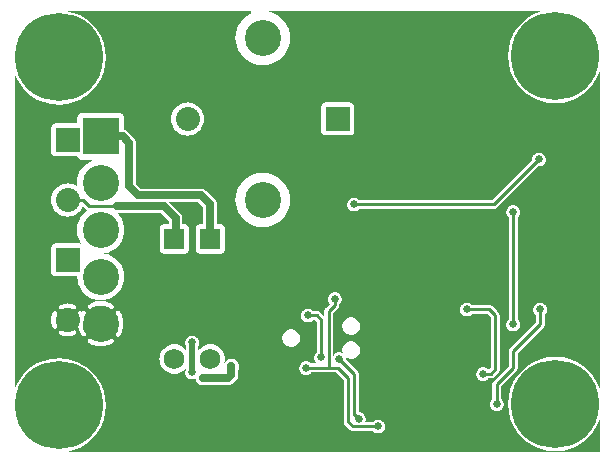
<source format=gbr>
G04 start of page 3 for group 1 idx 1 *
G04 Title: (unknown), bottom *
G04 Creator: pcb 4.0.2 *
G04 CreationDate: Thu Oct 28 14:33:54 2021 UTC *
G04 For: ndholmes *
G04 Format: Gerber/RS-274X *
G04 PCB-Dimensions (mil): 2000.00 1500.00 *
G04 PCB-Coordinate-Origin: lower left *
%MOIN*%
%FSLAX25Y25*%
%LNBOTTOM*%
%ADD43C,0.0380*%
%ADD42C,0.0600*%
%ADD41C,0.0390*%
%ADD40C,0.1285*%
%ADD39C,0.0480*%
%ADD38C,0.0120*%
%ADD37C,0.0260*%
%ADD36C,0.0680*%
%ADD35C,0.0800*%
%ADD34C,0.1200*%
%ADD33C,0.2937*%
%ADD32C,0.0250*%
%ADD31C,0.0200*%
%ADD30C,0.0100*%
%ADD29C,0.0001*%
G54D29*G36*
X168496Y10335D02*X169772Y8253D01*
X171376Y6376D01*
X173253Y4772D01*
X175358Y3482D01*
X177638Y2538D01*
X180039Y1961D01*
X182500Y1768D01*
X184961Y1961D01*
X187362Y2538D01*
X189642Y3482D01*
X191747Y4772D01*
X193624Y6376D01*
X195228Y8253D01*
X196518Y10358D01*
X197462Y12638D01*
X197500Y12795D01*
Y1500D01*
X168496D01*
Y10335D01*
G37*
G36*
Y148500D02*X177795D01*
X177638Y148462D01*
X175358Y147518D01*
X173253Y146228D01*
X171376Y144624D01*
X169772Y142747D01*
X168496Y140665D01*
Y148500D01*
G37*
G36*
Y27375D02*X169519Y28398D01*
X169564Y28436D01*
X169717Y28615D01*
X169717Y28616D01*
X169841Y28817D01*
X169931Y29035D01*
X169986Y29265D01*
X170005Y29500D01*
X170000Y29559D01*
Y34379D01*
X178519Y42898D01*
X178564Y42936D01*
X178717Y43115D01*
X178717Y43116D01*
X178841Y43317D01*
X178931Y43535D01*
X178986Y43765D01*
X179005Y44000D01*
X179000Y44059D01*
Y47256D01*
X179131Y47369D01*
X179366Y47644D01*
X179556Y47953D01*
X179694Y48287D01*
X179779Y48639D01*
X179800Y49000D01*
X179779Y49361D01*
X179694Y49713D01*
X179556Y50047D01*
X179366Y50356D01*
X179131Y50631D01*
X178856Y50866D01*
X178547Y51056D01*
X178213Y51194D01*
X177861Y51279D01*
X177500Y51307D01*
X177139Y51279D01*
X176787Y51194D01*
X176453Y51056D01*
X176144Y50866D01*
X175869Y50631D01*
X175634Y50356D01*
X175444Y50047D01*
X175306Y49713D01*
X175221Y49361D01*
X175193Y49000D01*
X175221Y48639D01*
X175306Y48287D01*
X175444Y47953D01*
X175634Y47644D01*
X175869Y47369D01*
X176000Y47256D01*
Y44621D01*
X168496Y37118D01*
Y41693D01*
X168500Y41693D01*
X168861Y41721D01*
X169213Y41806D01*
X169547Y41944D01*
X169856Y42134D01*
X170131Y42369D01*
X170366Y42644D01*
X170556Y42953D01*
X170694Y43287D01*
X170779Y43639D01*
X170800Y44000D01*
X170779Y44361D01*
X170694Y44713D01*
X170556Y45047D01*
X170366Y45356D01*
X170131Y45631D01*
X170000Y45744D01*
Y79756D01*
X170131Y79869D01*
X170366Y80144D01*
X170556Y80453D01*
X170694Y80787D01*
X170779Y81139D01*
X170800Y81500D01*
X170779Y81861D01*
X170694Y82213D01*
X170556Y82547D01*
X170366Y82856D01*
X170131Y83131D01*
X169856Y83366D01*
X169547Y83556D01*
X169213Y83694D01*
X168861Y83779D01*
X168500Y83807D01*
X168496Y83807D01*
Y88375D01*
X176828Y96706D01*
X177000Y96693D01*
X177361Y96721D01*
X177713Y96806D01*
X178047Y96944D01*
X178356Y97134D01*
X178631Y97369D01*
X178866Y97644D01*
X179056Y97953D01*
X179194Y98287D01*
X179279Y98639D01*
X179300Y99000D01*
X179279Y99361D01*
X179194Y99713D01*
X179056Y100047D01*
X178866Y100356D01*
X178631Y100631D01*
X178356Y100866D01*
X178047Y101056D01*
X177713Y101194D01*
X177361Y101279D01*
X177000Y101307D01*
X176639Y101279D01*
X176287Y101194D01*
X175953Y101056D01*
X175644Y100866D01*
X175369Y100631D01*
X175134Y100356D01*
X174944Y100047D01*
X174806Y99713D01*
X174721Y99361D01*
X174693Y99000D01*
X174706Y98828D01*
X168496Y92618D01*
Y126335D01*
X169772Y124253D01*
X171376Y122376D01*
X173253Y120772D01*
X175358Y119482D01*
X177638Y118538D01*
X180039Y117961D01*
X182500Y117768D01*
X184961Y117961D01*
X187362Y118538D01*
X189642Y119482D01*
X191747Y120772D01*
X193624Y122376D01*
X195228Y124253D01*
X196518Y126358D01*
X197462Y128638D01*
X197500Y128795D01*
Y22205D01*
X197462Y22362D01*
X196518Y24642D01*
X195228Y26747D01*
X193624Y28624D01*
X191747Y30228D01*
X189642Y31518D01*
X187362Y32462D01*
X184961Y33039D01*
X182500Y33232D01*
X180039Y33039D01*
X177638Y32462D01*
X175358Y31518D01*
X173253Y30228D01*
X171376Y28624D01*
X169772Y26747D01*
X168496Y24665D01*
Y27375D01*
G37*
G36*
Y92618D02*X163000Y87121D01*
Y148500D01*
X168496D01*
Y140665D01*
X168482Y140642D01*
X167538Y138362D01*
X166961Y135961D01*
X166768Y133500D01*
X166961Y131039D01*
X167538Y128638D01*
X168482Y126358D01*
X168496Y126335D01*
Y92618D01*
G37*
G36*
Y37118D02*X167481Y36102D01*
X167436Y36064D01*
X167283Y35884D01*
X167159Y35683D01*
X167069Y35465D01*
X167014Y35235D01*
X167014Y35235D01*
X166995Y35000D01*
X167000Y34941D01*
Y30121D01*
X163000Y26121D01*
Y27379D01*
X163519Y27898D01*
X163564Y27936D01*
X163717Y28115D01*
X163717Y28116D01*
X163841Y28317D01*
X163931Y28535D01*
X163986Y28765D01*
X164005Y29000D01*
X164000Y29059D01*
Y46941D01*
X164005Y47000D01*
X163986Y47235D01*
X163931Y47465D01*
X163841Y47683D01*
X163717Y47884D01*
X163564Y48064D01*
X163519Y48102D01*
X163000Y48621D01*
Y82881D01*
X163064Y82936D01*
X163102Y82981D01*
X168496Y88375D01*
Y83807D01*
X168139Y83779D01*
X167787Y83694D01*
X167453Y83556D01*
X167144Y83366D01*
X166869Y83131D01*
X166634Y82856D01*
X166444Y82547D01*
X166306Y82213D01*
X166221Y81861D01*
X166193Y81500D01*
X166221Y81139D01*
X166306Y80787D01*
X166444Y80453D01*
X166634Y80144D01*
X166869Y79869D01*
X167000Y79756D01*
Y45744D01*
X166869Y45631D01*
X166634Y45356D01*
X166444Y45047D01*
X166306Y44713D01*
X166221Y44361D01*
X166193Y44000D01*
X166221Y43639D01*
X166306Y43287D01*
X166444Y42953D01*
X166634Y42644D01*
X166869Y42369D01*
X167144Y42134D01*
X167453Y41944D01*
X167787Y41806D01*
X168139Y41721D01*
X168496Y41693D01*
Y37118D01*
G37*
G36*
X163000Y1500D02*Y15193D01*
X163361Y15221D01*
X163713Y15306D01*
X164047Y15444D01*
X164356Y15634D01*
X164631Y15869D01*
X164866Y16144D01*
X165056Y16453D01*
X165194Y16787D01*
X165279Y17139D01*
X165300Y17500D01*
X165279Y17861D01*
X165194Y18213D01*
X165056Y18547D01*
X164866Y18856D01*
X164631Y19131D01*
X164500Y19244D01*
Y23379D01*
X168496Y27375D01*
Y24665D01*
X168482Y24642D01*
X167538Y22362D01*
X166961Y19961D01*
X166768Y17500D01*
X166961Y15039D01*
X167538Y12638D01*
X168482Y10358D01*
X168496Y10335D01*
Y1500D01*
X163000D01*
G37*
G36*
X114495Y81927D02*X114787Y81806D01*
X115139Y81721D01*
X115500Y81693D01*
X115861Y81721D01*
X116213Y81806D01*
X116547Y81944D01*
X116856Y82134D01*
X117131Y82369D01*
X117244Y82500D01*
X119000D01*
Y35500D01*
X117450D01*
X117423Y35963D01*
X117314Y36414D01*
X117137Y36843D01*
X116894Y37239D01*
X116592Y37592D01*
X116239Y37894D01*
X115843Y38137D01*
X115414Y38314D01*
X114963Y38423D01*
X114500Y38459D01*
X114495Y38459D01*
Y40541D01*
X114500Y40541D01*
X114963Y40577D01*
X115414Y40686D01*
X115843Y40863D01*
X116239Y41106D01*
X116592Y41408D01*
X116894Y41761D01*
X117137Y42157D01*
X117314Y42586D01*
X117423Y43037D01*
X117450Y43500D01*
X117423Y43963D01*
X117314Y44414D01*
X117137Y44843D01*
X116894Y45239D01*
X116592Y45592D01*
X116239Y45894D01*
X115843Y46137D01*
X115414Y46314D01*
X114963Y46423D01*
X114500Y46459D01*
X114495Y46459D01*
Y81927D01*
G37*
G36*
Y148500D02*X119000D01*
Y85500D01*
X117244D01*
X117131Y85631D01*
X116856Y85866D01*
X116547Y86056D01*
X116213Y86194D01*
X115861Y86279D01*
X115500Y86307D01*
X115139Y86279D01*
X114787Y86194D01*
X114495Y86073D01*
Y107082D01*
X114683Y107159D01*
X114884Y107283D01*
X115064Y107436D01*
X115217Y107616D01*
X115341Y107817D01*
X115431Y108035D01*
X115486Y108265D01*
X115500Y108500D01*
X115486Y116735D01*
X115431Y116965D01*
X115341Y117183D01*
X115217Y117384D01*
X115064Y117564D01*
X114884Y117717D01*
X114683Y117841D01*
X114495Y117918D01*
Y148500D01*
G37*
G36*
Y86073D02*X114453Y86056D01*
X114144Y85866D01*
X113869Y85631D01*
X113634Y85356D01*
X113444Y85047D01*
X113306Y84713D01*
X113221Y84361D01*
X113193Y84000D01*
X113221Y83639D01*
X113306Y83287D01*
X113444Y82953D01*
X113634Y82644D01*
X113869Y82369D01*
X114144Y82134D01*
X114453Y81944D01*
X114495Y81927D01*
Y46459D01*
X114037Y46423D01*
X113586Y46314D01*
X113157Y46137D01*
X112761Y45894D01*
X112408Y45592D01*
X112106Y45239D01*
X111863Y44843D01*
X111686Y44414D01*
X111577Y43963D01*
X111541Y43500D01*
X111577Y43037D01*
X111686Y42586D01*
X111863Y42157D01*
X112106Y41761D01*
X112408Y41408D01*
X112761Y41106D01*
X113157Y40863D01*
X113586Y40686D01*
X114037Y40577D01*
X114495Y40541D01*
Y38459D01*
X114037Y38423D01*
X113586Y38314D01*
X113157Y38137D01*
X112761Y37894D01*
X112408Y37592D01*
X112106Y37239D01*
X111863Y36843D01*
X111686Y36414D01*
X111577Y35963D01*
X111541Y35500D01*
X110000D01*
Y49379D01*
X110019Y49398D01*
X110064Y49436D01*
X110217Y49615D01*
X110217Y49616D01*
X110341Y49817D01*
X110431Y50035D01*
X110486Y50265D01*
X110505Y50500D01*
X110500Y50559D01*
Y50756D01*
X110631Y50869D01*
X110866Y51144D01*
X111056Y51453D01*
X111194Y51787D01*
X111279Y52139D01*
X111300Y52500D01*
X111279Y52861D01*
X111194Y53213D01*
X111056Y53547D01*
X110866Y53856D01*
X110631Y54131D01*
X110356Y54366D01*
X110047Y54556D01*
X110000Y54575D01*
Y107007D01*
X114235Y107014D01*
X114465Y107069D01*
X114495Y107082D01*
Y86073D01*
G37*
G36*
X110000Y148500D02*X114495D01*
Y117918D01*
X114465Y117931D01*
X114235Y117986D01*
X114000Y118000D01*
X110000Y117993D01*
Y148500D01*
G37*
G36*
Y35500D02*X108500D01*
Y47879D01*
X110000Y49379D01*
Y35500D01*
G37*
G36*
X94495Y148500D02*X110000D01*
Y117993D01*
X105765Y117986D01*
X105535Y117931D01*
X105317Y117841D01*
X105116Y117717D01*
X104936Y117564D01*
X104783Y117384D01*
X104659Y117183D01*
X104569Y116965D01*
X104514Y116735D01*
X104500Y116500D01*
X104514Y108265D01*
X104569Y108035D01*
X104659Y107817D01*
X104783Y107616D01*
X104936Y107436D01*
X105116Y107283D01*
X105317Y107159D01*
X105535Y107069D01*
X105765Y107014D01*
X106000Y107000D01*
X110000Y107007D01*
Y54575D01*
X109713Y54694D01*
X109361Y54779D01*
X109000Y54807D01*
X108639Y54779D01*
X108287Y54694D01*
X107953Y54556D01*
X107644Y54366D01*
X107369Y54131D01*
X107134Y53856D01*
X106944Y53547D01*
X106806Y53213D01*
X106721Y52861D01*
X106693Y52500D01*
X106721Y52139D01*
X106806Y51787D01*
X106944Y51453D01*
X107134Y51144D01*
X107313Y50934D01*
X105981Y49602D01*
X105936Y49564D01*
X105783Y49384D01*
X105659Y49183D01*
X105569Y48965D01*
X105514Y48735D01*
X105514Y48735D01*
X105495Y48500D01*
X105500Y48441D01*
Y46621D01*
X104102Y48019D01*
X104064Y48064D01*
X103884Y48217D01*
X103683Y48341D01*
X103465Y48431D01*
X103235Y48486D01*
X103000Y48505D01*
X102941Y48500D01*
X101744D01*
X101631Y48631D01*
X101356Y48866D01*
X101047Y49056D01*
X100713Y49194D01*
X100361Y49279D01*
X100000Y49307D01*
X99639Y49279D01*
X99287Y49194D01*
X98953Y49056D01*
X98644Y48866D01*
X98369Y48631D01*
X98134Y48356D01*
X97944Y48047D01*
X97806Y47713D01*
X97721Y47361D01*
X97693Y47000D01*
X97721Y46639D01*
X97806Y46287D01*
X97944Y45953D01*
X98134Y45644D01*
X98369Y45369D01*
X98644Y45134D01*
X98953Y44944D01*
X99287Y44806D01*
X99639Y44721D01*
X100000Y44693D01*
X100361Y44721D01*
X100713Y44806D01*
X101047Y44944D01*
X101356Y45134D01*
X101631Y45369D01*
X101744Y45500D01*
X102379D01*
X103000Y44879D01*
Y35500D01*
X94495D01*
Y36541D01*
X94500Y36541D01*
X94963Y36577D01*
X95414Y36686D01*
X95843Y36863D01*
X96239Y37106D01*
X96592Y37408D01*
X96894Y37761D01*
X97137Y38157D01*
X97314Y38586D01*
X97423Y39037D01*
X97450Y39500D01*
X97423Y39963D01*
X97314Y40414D01*
X97137Y40843D01*
X96894Y41239D01*
X96592Y41592D01*
X96239Y41894D01*
X95843Y42137D01*
X95414Y42314D01*
X94963Y42423D01*
X94500Y42459D01*
X94495Y42459D01*
Y148500D01*
G37*
G36*
X77500Y35500D02*Y80323D01*
X77615Y80135D01*
X78545Y79045D01*
X79635Y78115D01*
X80856Y77367D01*
X82179Y76819D01*
X83572Y76484D01*
X85000Y76372D01*
X86428Y76484D01*
X87821Y76819D01*
X89144Y77367D01*
X90365Y78115D01*
X91455Y79045D01*
X92385Y80135D01*
X93133Y81356D01*
X93681Y82679D01*
X94016Y84072D01*
X94100Y85500D01*
X94016Y86928D01*
X93681Y88321D01*
X93133Y89644D01*
X92385Y90865D01*
X91455Y91955D01*
X90365Y92885D01*
X89144Y93633D01*
X87821Y94181D01*
X86428Y94516D01*
X85000Y94628D01*
X83572Y94516D01*
X82179Y94181D01*
X80856Y93633D01*
X79635Y92885D01*
X78545Y91955D01*
X77615Y90865D01*
X77500Y90677D01*
Y134323D01*
X77615Y134135D01*
X78545Y133045D01*
X79635Y132115D01*
X80856Y131367D01*
X82179Y130819D01*
X83572Y130484D01*
X85000Y130372D01*
X86428Y130484D01*
X87821Y130819D01*
X89144Y131367D01*
X90365Y132115D01*
X91455Y133045D01*
X92385Y134135D01*
X93133Y135356D01*
X93681Y136679D01*
X94016Y138072D01*
X94100Y139500D01*
X94016Y140928D01*
X93681Y142321D01*
X93133Y143644D01*
X92385Y144865D01*
X91455Y145955D01*
X90365Y146885D01*
X89144Y147633D01*
X87821Y148181D01*
X86493Y148500D01*
X94495D01*
Y42459D01*
X94037Y42423D01*
X93586Y42314D01*
X93157Y42137D01*
X92761Y41894D01*
X92408Y41592D01*
X92106Y41239D01*
X91863Y40843D01*
X91686Y40414D01*
X91577Y39963D01*
X91541Y39500D01*
X91577Y39037D01*
X91686Y38586D01*
X91863Y38157D01*
X92106Y37761D01*
X92408Y37408D01*
X92761Y37106D01*
X93157Y36863D01*
X93586Y36686D01*
X94037Y36577D01*
X94495Y36541D01*
Y35500D01*
X77500D01*
G37*
G36*
X63842Y67619D02*X63865Y67614D01*
X64100Y67600D01*
X71135Y67614D01*
X71365Y67669D01*
X71583Y67759D01*
X71784Y67883D01*
X71964Y68036D01*
X72117Y68216D01*
X72241Y68417D01*
X72331Y68635D01*
X72386Y68865D01*
X72400Y69100D01*
X72386Y76135D01*
X72331Y76365D01*
X72241Y76583D01*
X72117Y76784D01*
X71964Y76964D01*
X71784Y77117D01*
X71583Y77241D01*
X71365Y77331D01*
X71135Y77386D01*
X70900Y77400D01*
X69750Y77398D01*
Y83912D01*
X69757Y84000D01*
X69729Y84353D01*
X69646Y84697D01*
X69607Y84793D01*
X69511Y85025D01*
X69396Y85212D01*
X69326Y85327D01*
X69326Y85327D01*
X69096Y85596D01*
X69029Y85653D01*
X66153Y88529D01*
X66096Y88596D01*
X65827Y88826D01*
X65827Y88826D01*
X65712Y88896D01*
X65525Y89011D01*
X65293Y89107D01*
X65197Y89146D01*
X64853Y89229D01*
X64500Y89257D01*
X64412Y89250D01*
X63842D01*
Y108549D01*
X63901Y108599D01*
X64463Y109257D01*
X64916Y109995D01*
X65247Y110795D01*
X65449Y111637D01*
X65500Y112500D01*
X65449Y113363D01*
X65247Y114205D01*
X64916Y115005D01*
X64463Y115743D01*
X63901Y116401D01*
X63842Y116451D01*
Y148500D01*
X81000D01*
Y147693D01*
X80856Y147633D01*
X79635Y146885D01*
X78545Y145955D01*
X77615Y144865D01*
X76867Y143644D01*
X76319Y142321D01*
X75984Y140928D01*
X75872Y139500D01*
X75984Y138072D01*
X76319Y136679D01*
X76867Y135356D01*
X77615Y134135D01*
X78545Y133045D01*
X79635Y132115D01*
X80856Y131367D01*
X81000Y131307D01*
Y93693D01*
X80856Y93633D01*
X79635Y92885D01*
X78545Y91955D01*
X77615Y90865D01*
X76867Y89644D01*
X76319Y88321D01*
X75984Y86928D01*
X75872Y85500D01*
X75984Y84072D01*
X76319Y82679D01*
X76867Y81356D01*
X77615Y80135D01*
X78545Y79045D01*
X79635Y78115D01*
X80856Y77367D01*
X81000Y77307D01*
Y1500D01*
X63842D01*
Y24012D01*
X63953Y23944D01*
X64287Y23806D01*
X64639Y23721D01*
X65000Y23693D01*
X65361Y23721D01*
X65480Y23750D01*
X73412D01*
X73500Y23743D01*
X73853Y23771D01*
X73853Y23771D01*
X74197Y23854D01*
X74525Y23989D01*
X74827Y24174D01*
X75096Y24404D01*
X75153Y24471D01*
X76029Y25347D01*
X76096Y25404D01*
X76326Y25673D01*
X76326Y25673D01*
X76511Y25975D01*
X76646Y26303D01*
X76729Y26647D01*
X76757Y27000D01*
X76750Y27088D01*
Y28696D01*
X76824Y28816D01*
X76980Y29194D01*
X77076Y29592D01*
X77100Y30000D01*
X77076Y30408D01*
X76980Y30806D01*
X76824Y31184D01*
X76610Y31533D01*
X76344Y31844D01*
X76033Y32110D01*
X75684Y32324D01*
X75306Y32480D01*
X74908Y32576D01*
X74500Y32608D01*
X74092Y32576D01*
X73694Y32480D01*
X73316Y32324D01*
X72967Y32110D01*
X72656Y31844D01*
X72390Y31533D01*
X72254Y31310D01*
X72355Y31731D01*
X72400Y32500D01*
X72355Y33269D01*
X72175Y34019D01*
X71879Y34731D01*
X71476Y35389D01*
X70976Y35976D01*
X70389Y36476D01*
X69731Y36879D01*
X69019Y37175D01*
X68269Y37355D01*
X67500Y37415D01*
X66731Y37355D01*
X65981Y37175D01*
X65269Y36879D01*
X64611Y36476D01*
X64024Y35976D01*
X63842Y35762D01*
Y67619D01*
G37*
G36*
Y84476D02*X65250Y83068D01*
Y77389D01*
X63865Y77386D01*
X63842Y77381D01*
Y84476D01*
G37*
G36*
Y89250D02*X44432D01*
X42750Y90932D01*
Y104412D01*
X42757Y104500D01*
X42729Y104853D01*
X42646Y105197D01*
X42607Y105293D01*
X42511Y105525D01*
X42396Y105712D01*
X42326Y105827D01*
X42326Y105827D01*
X42096Y106096D01*
X42029Y106153D01*
X39953Y108229D01*
X39896Y108296D01*
X39627Y108526D01*
X39627Y108526D01*
X39512Y108596D01*
X39325Y108711D01*
X39093Y108807D01*
X38997Y108846D01*
X38888Y108873D01*
X38882Y112998D01*
X38813Y113289D01*
X38698Y113565D01*
X38542Y113820D01*
X38348Y114048D01*
X38120Y114242D01*
X37865Y114398D01*
X37589Y114513D01*
X37298Y114582D01*
X37000Y114600D01*
X24702Y114582D01*
X24411Y114513D01*
X24135Y114398D01*
X23880Y114242D01*
X23652Y114048D01*
X23458Y113820D01*
X23302Y113565D01*
X23187Y113289D01*
X23118Y112998D01*
X23100Y112700D01*
X23102Y110998D01*
X21500Y110996D01*
Y117951D01*
X21862Y118038D01*
X24142Y118982D01*
X26247Y120272D01*
X28124Y121876D01*
X29728Y123753D01*
X31018Y125858D01*
X31962Y128138D01*
X32539Y130539D01*
X32684Y133000D01*
X32539Y135461D01*
X31962Y137862D01*
X31018Y140142D01*
X29728Y142247D01*
X28124Y144124D01*
X26247Y145728D01*
X24142Y147018D01*
X21862Y147962D01*
X21500Y148049D01*
Y148500D01*
X63842D01*
Y116451D01*
X63243Y116963D01*
X62505Y117416D01*
X61705Y117747D01*
X60863Y117949D01*
X60000Y118017D01*
X59137Y117949D01*
X58295Y117747D01*
X57495Y117416D01*
X56757Y116963D01*
X56099Y116401D01*
X55537Y115743D01*
X55084Y115005D01*
X54753Y114205D01*
X54551Y113363D01*
X54483Y112500D01*
X54551Y111637D01*
X54753Y110795D01*
X55084Y109995D01*
X55537Y109257D01*
X56099Y108599D01*
X56757Y108037D01*
X57495Y107584D01*
X58295Y107253D01*
X59137Y107051D01*
X60000Y106983D01*
X60863Y107051D01*
X61705Y107253D01*
X62505Y107584D01*
X63243Y108037D01*
X63842Y108549D01*
Y89250D01*
G37*
G36*
X37229Y55183D02*X37330Y55301D01*
X37971Y56348D01*
X38441Y57482D01*
X38728Y58676D01*
X38800Y59900D01*
X38728Y61124D01*
X38441Y62318D01*
X37971Y63452D01*
X37330Y64499D01*
X37229Y64617D01*
Y70629D01*
X37411Y70842D01*
X38061Y71902D01*
X38537Y73051D01*
X38827Y74260D01*
X38900Y75500D01*
X38827Y76740D01*
X38537Y77949D01*
X38061Y79098D01*
X37411Y80158D01*
X37229Y80371D01*
Y81250D01*
X51068D01*
X53750Y78568D01*
Y77390D01*
X51865Y77386D01*
X51635Y77331D01*
X51417Y77241D01*
X51216Y77117D01*
X51036Y76964D01*
X50883Y76784D01*
X50759Y76583D01*
X50669Y76365D01*
X50614Y76135D01*
X50600Y75900D01*
X50614Y68865D01*
X50669Y68635D01*
X50759Y68417D01*
X50883Y68216D01*
X51036Y68036D01*
X51216Y67883D01*
X51417Y67759D01*
X51635Y67669D01*
X51865Y67614D01*
X52100Y67600D01*
X59135Y67614D01*
X59365Y67669D01*
X59583Y67759D01*
X59784Y67883D01*
X59964Y68036D01*
X60117Y68216D01*
X60241Y68417D01*
X60331Y68635D01*
X60386Y68865D01*
X60400Y69100D01*
X60386Y76135D01*
X60331Y76365D01*
X60241Y76583D01*
X60117Y76784D01*
X59964Y76964D01*
X59784Y77117D01*
X59583Y77241D01*
X59365Y77331D01*
X59135Y77386D01*
X58900Y77400D01*
X58250Y77399D01*
Y79412D01*
X58257Y79500D01*
X58229Y79853D01*
X58146Y80197D01*
X58107Y80293D01*
X58011Y80525D01*
X57896Y80712D01*
X57826Y80827D01*
X57826Y80827D01*
X57596Y81096D01*
X57529Y81153D01*
X53932Y84750D01*
X63568D01*
X63842Y84476D01*
Y77381D01*
X63635Y77331D01*
X63417Y77241D01*
X63216Y77117D01*
X63036Y76964D01*
X62883Y76784D01*
X62759Y76583D01*
X62669Y76365D01*
X62614Y76135D01*
X62600Y75900D01*
X62614Y68865D01*
X62669Y68635D01*
X62759Y68417D01*
X62883Y68216D01*
X63036Y68036D01*
X63216Y67883D01*
X63417Y67759D01*
X63635Y67669D01*
X63842Y67619D01*
Y35762D01*
X63524Y35389D01*
X63500Y35351D01*
Y36862D01*
X63556Y36953D01*
X63694Y37287D01*
X63779Y37639D01*
X63800Y38000D01*
X63779Y38361D01*
X63694Y38713D01*
X63556Y39047D01*
X63366Y39356D01*
X63131Y39631D01*
X62856Y39866D01*
X62547Y40056D01*
X62213Y40194D01*
X61861Y40279D01*
X61500Y40307D01*
X61139Y40279D01*
X60787Y40194D01*
X60453Y40056D01*
X60144Y39866D01*
X59869Y39631D01*
X59634Y39356D01*
X59444Y39047D01*
X59306Y38713D01*
X59221Y38361D01*
X59193Y38000D01*
X59221Y37639D01*
X59306Y37287D01*
X59444Y36953D01*
X59500Y36862D01*
Y35351D01*
X59476Y35389D01*
X58976Y35976D01*
X58389Y36476D01*
X57731Y36879D01*
X57019Y37175D01*
X56269Y37355D01*
X55500Y37415D01*
X54731Y37355D01*
X53981Y37175D01*
X53269Y36879D01*
X52611Y36476D01*
X52024Y35976D01*
X51524Y35389D01*
X51121Y34731D01*
X50825Y34019D01*
X50645Y33269D01*
X50585Y32500D01*
X50645Y31731D01*
X50825Y30981D01*
X51121Y30269D01*
X51524Y29611D01*
X52024Y29024D01*
X52611Y28524D01*
X53269Y28121D01*
X53981Y27825D01*
X54731Y27645D01*
X55500Y27585D01*
X56269Y27645D01*
X57019Y27825D01*
X57731Y28121D01*
X58389Y28524D01*
X58976Y29024D01*
X59476Y29611D01*
X59500Y29649D01*
Y29138D01*
X59444Y29047D01*
X59306Y28713D01*
X59221Y28361D01*
X59193Y28000D01*
X59221Y27639D01*
X59306Y27287D01*
X59444Y26953D01*
X59634Y26644D01*
X59869Y26369D01*
X60144Y26134D01*
X60453Y25944D01*
X60787Y25806D01*
X61139Y25721D01*
X61500Y25693D01*
X61861Y25721D01*
X62213Y25806D01*
X62547Y25944D01*
X62696Y26035D01*
X62693Y26000D01*
X62721Y25639D01*
X62806Y25287D01*
X62944Y24953D01*
X63134Y24644D01*
X63369Y24369D01*
X63644Y24134D01*
X63842Y24012D01*
Y1500D01*
X37229D01*
Y40158D01*
X37273Y40200D01*
X37342Y40296D01*
X37696Y40904D01*
X37985Y41547D01*
X38213Y42214D01*
X38376Y42899D01*
X38475Y43596D01*
X38508Y44300D01*
X38475Y45004D01*
X38376Y45701D01*
X38213Y46386D01*
X37985Y47053D01*
X37696Y47696D01*
X37349Y48308D01*
X37278Y48404D01*
X37229Y48452D01*
Y55183D01*
G37*
G36*
Y80371D02*X36603Y81103D01*
X36427Y81254D01*
X36500Y81250D01*
X37229D01*
Y80371D01*
G37*
G36*
Y64617D02*X36532Y65432D01*
X35599Y66230D01*
X34552Y66871D01*
X33418Y67341D01*
X32224Y67628D01*
X31943Y67650D01*
X32240Y67673D01*
X33449Y67963D01*
X34598Y68439D01*
X35658Y69089D01*
X36603Y69897D01*
X37229Y70629D01*
Y64617D01*
G37*
G36*
X31003Y9834D02*X31018Y9858D01*
X31962Y12138D01*
X32539Y14539D01*
X32684Y17000D01*
X32539Y19461D01*
X31962Y21862D01*
X31018Y24142D01*
X31003Y24166D01*
Y36792D01*
X31704Y36825D01*
X32401Y36924D01*
X33086Y37087D01*
X33753Y37315D01*
X34396Y37604D01*
X35008Y37951D01*
X35104Y38022D01*
X35187Y38107D01*
X35256Y38205D01*
X35309Y38311D01*
X35344Y38425D01*
X35361Y38543D01*
X35359Y38662D01*
X35339Y38779D01*
X35301Y38892D01*
X35245Y38998D01*
X35174Y39093D01*
X35089Y39176D01*
X34991Y39245D01*
X34885Y39297D01*
X34771Y39333D01*
X34653Y39350D01*
X34534Y39348D01*
X34417Y39328D01*
X34304Y39290D01*
X34200Y39232D01*
X33714Y38949D01*
X33200Y38718D01*
X32667Y38536D01*
X32120Y38405D01*
X31562Y38326D01*
X31003Y38300D01*
Y50300D01*
X31562Y50274D01*
X32120Y50195D01*
X32667Y50064D01*
X33200Y49882D01*
X33714Y49651D01*
X34203Y49373D01*
X34306Y49316D01*
X34418Y49278D01*
X34535Y49258D01*
X34653Y49257D01*
X34769Y49274D01*
X34882Y49309D01*
X34988Y49361D01*
X35085Y49429D01*
X35169Y49511D01*
X35240Y49606D01*
X35295Y49710D01*
X35333Y49822D01*
X35353Y49938D01*
X35354Y50057D01*
X35337Y50173D01*
X35302Y50286D01*
X35250Y50392D01*
X35182Y50488D01*
X35100Y50573D01*
X35004Y50642D01*
X34396Y50996D01*
X33753Y51285D01*
X33086Y51513D01*
X32401Y51676D01*
X31704Y51775D01*
X31003Y51808D01*
Y52076D01*
X32224Y52172D01*
X33418Y52459D01*
X34552Y52929D01*
X35599Y53570D01*
X36532Y54368D01*
X37229Y55183D01*
Y48452D01*
X37193Y48487D01*
X37095Y48556D01*
X36989Y48609D01*
X36875Y48644D01*
X36757Y48661D01*
X36638Y48659D01*
X36521Y48639D01*
X36408Y48601D01*
X36302Y48545D01*
X36207Y48474D01*
X36124Y48389D01*
X36055Y48291D01*
X36003Y48185D01*
X35967Y48071D01*
X35950Y47953D01*
X35952Y47834D01*
X35972Y47717D01*
X36010Y47604D01*
X36068Y47500D01*
X36351Y47014D01*
X36582Y46500D01*
X36764Y45967D01*
X36895Y45420D01*
X36974Y44862D01*
X37000Y44300D01*
X36974Y43738D01*
X36895Y43180D01*
X36764Y42633D01*
X36582Y42100D01*
X36351Y41586D01*
X36073Y41097D01*
X36016Y40994D01*
X35978Y40882D01*
X35958Y40765D01*
X35957Y40647D01*
X35974Y40531D01*
X36009Y40418D01*
X36061Y40312D01*
X36129Y40215D01*
X36211Y40131D01*
X36306Y40060D01*
X36410Y40005D01*
X36522Y39967D01*
X36638Y39947D01*
X36757Y39946D01*
X36873Y39963D01*
X36986Y39998D01*
X37092Y40050D01*
X37188Y40118D01*
X37229Y40158D01*
Y1500D01*
X31003D01*
Y9834D01*
G37*
G36*
Y24166D02*X29728Y26247D01*
X28124Y28124D01*
X26247Y29728D01*
X24764Y30636D01*
Y40154D01*
X24807Y40113D01*
X24905Y40044D01*
X25011Y39991D01*
X25125Y39956D01*
X25243Y39939D01*
X25362Y39941D01*
X25479Y39961D01*
X25592Y39999D01*
X25698Y40055D01*
X25793Y40126D01*
X25876Y40211D01*
X25945Y40309D01*
X25997Y40415D01*
X26033Y40529D01*
X26050Y40647D01*
X26048Y40766D01*
X26028Y40883D01*
X25990Y40996D01*
X25932Y41100D01*
X25649Y41586D01*
X25418Y42100D01*
X25236Y42633D01*
X25105Y43180D01*
X25077Y43382D01*
X25122Y43480D01*
X25289Y43969D01*
X25409Y44472D01*
X25482Y44984D01*
X25506Y45500D01*
X25482Y46016D01*
X25415Y46490D01*
X25418Y46500D01*
X25649Y47014D01*
X25927Y47503D01*
X25984Y47606D01*
X26022Y47718D01*
X26042Y47835D01*
X26043Y47953D01*
X26026Y48069D01*
X25991Y48182D01*
X25939Y48288D01*
X25871Y48385D01*
X25789Y48469D01*
X25694Y48540D01*
X25590Y48595D01*
X25478Y48633D01*
X25362Y48653D01*
X25243Y48654D01*
X25127Y48637D01*
X25014Y48602D01*
X24908Y48550D01*
X24812Y48482D01*
X24764Y48436D01*
Y55191D01*
X25468Y54368D01*
X26401Y53570D01*
X27448Y52929D01*
X28582Y52459D01*
X29776Y52172D01*
X31000Y52076D01*
X31003Y52076D01*
Y51808D01*
X31000Y51808D01*
X30296Y51775D01*
X29599Y51676D01*
X28914Y51513D01*
X28247Y51285D01*
X27604Y50996D01*
X26992Y50649D01*
X26896Y50578D01*
X26813Y50493D01*
X26744Y50395D01*
X26691Y50289D01*
X26656Y50175D01*
X26639Y50057D01*
X26641Y49938D01*
X26661Y49821D01*
X26699Y49708D01*
X26755Y49602D01*
X26826Y49507D01*
X26911Y49424D01*
X27009Y49355D01*
X27115Y49303D01*
X27229Y49267D01*
X27347Y49250D01*
X27466Y49252D01*
X27583Y49272D01*
X27696Y49310D01*
X27800Y49368D01*
X28286Y49651D01*
X28800Y49882D01*
X29333Y50064D01*
X29880Y50195D01*
X30438Y50274D01*
X31000Y50300D01*
X31003Y50300D01*
Y38300D01*
X31000Y38300D01*
X30438Y38326D01*
X29880Y38405D01*
X29333Y38536D01*
X28800Y38718D01*
X28286Y38949D01*
X27797Y39227D01*
X27694Y39284D01*
X27582Y39322D01*
X27465Y39342D01*
X27347Y39343D01*
X27231Y39326D01*
X27118Y39291D01*
X27012Y39239D01*
X26915Y39171D01*
X26831Y39089D01*
X26760Y38994D01*
X26705Y38890D01*
X26667Y38778D01*
X26647Y38662D01*
X26646Y38543D01*
X26663Y38427D01*
X26698Y38314D01*
X26750Y38208D01*
X26818Y38112D01*
X26900Y38027D01*
X26996Y37958D01*
X27604Y37604D01*
X28247Y37315D01*
X28914Y37087D01*
X29599Y36924D01*
X30296Y36825D01*
X31000Y36792D01*
X31003Y36792D01*
Y24166D01*
G37*
G36*
X24764Y30636D02*X24142Y31018D01*
X21862Y31962D01*
X21500Y32049D01*
Y40204D01*
X21531Y40211D01*
X22020Y40378D01*
X22492Y40590D01*
X22593Y40651D01*
X22684Y40728D01*
X22761Y40818D01*
X22823Y40920D01*
X22869Y41029D01*
X22897Y41145D01*
X22906Y41263D01*
X22897Y41381D01*
X22870Y41497D01*
X22824Y41607D01*
X22762Y41708D01*
X22686Y41798D01*
X22595Y41876D01*
X22494Y41938D01*
X22385Y41984D01*
X22269Y42011D01*
X22151Y42021D01*
X22032Y42012D01*
X21917Y41984D01*
X21808Y41937D01*
X21500Y41794D01*
Y49206D01*
X21810Y49067D01*
X21918Y49020D01*
X22033Y48993D01*
X22151Y48983D01*
X22268Y48993D01*
X22383Y49021D01*
X22492Y49066D01*
X22593Y49128D01*
X22682Y49205D01*
X22759Y49295D01*
X22820Y49395D01*
X22865Y49504D01*
X22893Y49619D01*
X22902Y49737D01*
X22892Y49855D01*
X22865Y49969D01*
X22819Y50078D01*
X22757Y50179D01*
X22681Y50269D01*
X22591Y50345D01*
X22489Y50405D01*
X22020Y50622D01*
X21531Y50789D01*
X21500Y50796D01*
Y60009D01*
X23185Y60012D01*
X23176Y59900D01*
X23272Y58676D01*
X23559Y57482D01*
X24029Y56348D01*
X24670Y55301D01*
X24764Y55191D01*
Y48436D01*
X24727Y48400D01*
X24658Y48304D01*
X24646Y48283D01*
X24580Y48323D01*
X24471Y48369D01*
X24355Y48397D01*
X24237Y48406D01*
X24119Y48397D01*
X24003Y48370D01*
X23893Y48324D01*
X23792Y48262D01*
X23702Y48186D01*
X23624Y48095D01*
X23562Y47994D01*
X23516Y47885D01*
X23489Y47769D01*
X23479Y47651D01*
X23488Y47532D01*
X23516Y47417D01*
X23563Y47308D01*
X23721Y46968D01*
X23842Y46612D01*
X23851Y46574D01*
X23787Y46386D01*
X23624Y45701D01*
X23525Y45004D01*
X23492Y44300D01*
X23525Y43596D01*
X23525Y43594D01*
X23520Y43582D01*
X23493Y43467D01*
X23483Y43349D01*
X23493Y43232D01*
X23521Y43117D01*
X23566Y43008D01*
X23621Y42919D01*
X23624Y42899D01*
X23787Y42214D01*
X24015Y41547D01*
X24304Y40904D01*
X24651Y40292D01*
X24722Y40196D01*
X24764Y40154D01*
Y30636D01*
G37*
G36*
X21500Y1500D02*Y1951D01*
X21862Y2038D01*
X24142Y2982D01*
X26247Y4272D01*
X28124Y5876D01*
X29728Y7753D01*
X31003Y9834D01*
Y1500D01*
X21500D01*
G37*
G36*
X114495Y107082D02*X114683Y107159D01*
X114884Y107283D01*
X115064Y107436D01*
X115217Y107616D01*
X115341Y107817D01*
X115431Y108035D01*
X115486Y108265D01*
X115500Y108500D01*
X115486Y116735D01*
X115431Y116965D01*
X115341Y117183D01*
X115217Y117384D01*
X115064Y117564D01*
X114884Y117717D01*
X114683Y117841D01*
X114495Y117918D01*
Y148500D01*
X165500D01*
Y89621D01*
X161379Y85500D01*
X117244D01*
X117131Y85631D01*
X116856Y85866D01*
X116547Y86056D01*
X116213Y86194D01*
X115861Y86279D01*
X115500Y86307D01*
X115139Y86279D01*
X114787Y86194D01*
X114495Y86073D01*
Y107082D01*
G37*
G36*
X165500Y29500D02*X164000D01*
Y46941D01*
X164005Y47000D01*
X163986Y47235D01*
X163931Y47465D01*
X163841Y47683D01*
X163717Y47884D01*
X163564Y48064D01*
X163519Y48102D01*
X161602Y50019D01*
X161564Y50064D01*
X161384Y50217D01*
X161183Y50341D01*
X160965Y50431D01*
X160735Y50486D01*
X160500Y50505D01*
X160441Y50500D01*
X154744D01*
X154631Y50631D01*
X154356Y50866D01*
X154047Y51056D01*
X153713Y51194D01*
X153361Y51279D01*
X153000Y51307D01*
X152639Y51279D01*
X152287Y51194D01*
X151953Y51056D01*
X151644Y50866D01*
X151369Y50631D01*
X151134Y50356D01*
X150944Y50047D01*
X150806Y49713D01*
X150721Y49361D01*
X150693Y49000D01*
X150721Y48639D01*
X150806Y48287D01*
X150944Y47953D01*
X151134Y47644D01*
X151369Y47369D01*
X151644Y47134D01*
X151953Y46944D01*
X152287Y46806D01*
X152639Y46721D01*
X153000Y46693D01*
X153361Y46721D01*
X153713Y46806D01*
X154047Y46944D01*
X154356Y47134D01*
X154631Y47369D01*
X154744Y47500D01*
X159879D01*
X161000Y46379D01*
Y29621D01*
X160879Y29500D01*
X159638D01*
X159547Y29556D01*
X159213Y29694D01*
X158861Y29779D01*
X158500Y29807D01*
X158139Y29779D01*
X157787Y29694D01*
X157453Y29556D01*
X157362Y29500D01*
X115621D01*
X114495Y30626D01*
Y32541D01*
X114500Y32541D01*
X114963Y32577D01*
X115414Y32686D01*
X115843Y32863D01*
X116239Y33106D01*
X116592Y33408D01*
X116894Y33761D01*
X117137Y34157D01*
X117314Y34586D01*
X117423Y35037D01*
X117450Y35500D01*
X117423Y35963D01*
X117314Y36414D01*
X117137Y36843D01*
X116894Y37239D01*
X116592Y37592D01*
X116239Y37894D01*
X115843Y38137D01*
X115414Y38314D01*
X114963Y38423D01*
X114500Y38459D01*
X114495Y38459D01*
Y40541D01*
X114500Y40541D01*
X114963Y40577D01*
X115414Y40686D01*
X115843Y40863D01*
X116239Y41106D01*
X116592Y41408D01*
X116894Y41761D01*
X117137Y42157D01*
X117314Y42586D01*
X117423Y43037D01*
X117450Y43500D01*
X117423Y43963D01*
X117314Y44414D01*
X117137Y44843D01*
X116894Y45239D01*
X116592Y45592D01*
X116239Y45894D01*
X115843Y46137D01*
X115414Y46314D01*
X114963Y46423D01*
X114500Y46459D01*
X114495Y46459D01*
Y81927D01*
X114787Y81806D01*
X115139Y81721D01*
X115500Y81693D01*
X115861Y81721D01*
X116213Y81806D01*
X116547Y81944D01*
X116856Y82134D01*
X117131Y82369D01*
X117244Y82500D01*
X161941D01*
X162000Y82495D01*
X162235Y82514D01*
X162235Y82514D01*
X162465Y82569D01*
X162683Y82659D01*
X162884Y82783D01*
X163064Y82936D01*
X163102Y82981D01*
X165500Y85379D01*
Y29500D01*
G37*
G36*
X114495Y117918D02*X114465Y117931D01*
X114235Y117986D01*
X114000Y118000D01*
X110000Y117993D01*
Y148500D01*
X114495D01*
Y117918D01*
G37*
G36*
Y38459D02*X114037Y38423D01*
X113586Y38314D01*
X113157Y38137D01*
X112761Y37894D01*
X112408Y37592D01*
X112106Y37239D01*
X111863Y36843D01*
X111686Y36414D01*
X111577Y35963D01*
X111541Y35500D01*
X111577Y35037D01*
X111686Y34586D01*
X111749Y34432D01*
X111547Y34556D01*
X111213Y34694D01*
X110861Y34779D01*
X110500Y34807D01*
X110139Y34779D01*
X110000Y34745D01*
Y49379D01*
X110019Y49398D01*
X110064Y49436D01*
X110217Y49615D01*
X110217Y49616D01*
X110341Y49817D01*
X110431Y50035D01*
X110486Y50265D01*
X110505Y50500D01*
X110500Y50559D01*
Y50756D01*
X110631Y50869D01*
X110866Y51144D01*
X111056Y51453D01*
X111194Y51787D01*
X111279Y52139D01*
X111300Y52500D01*
X111279Y52861D01*
X111194Y53213D01*
X111056Y53547D01*
X110866Y53856D01*
X110631Y54131D01*
X110356Y54366D01*
X110047Y54556D01*
X110000Y54575D01*
Y107007D01*
X114235Y107014D01*
X114465Y107069D01*
X114495Y107082D01*
Y86073D01*
X114453Y86056D01*
X114144Y85866D01*
X113869Y85631D01*
X113634Y85356D01*
X113444Y85047D01*
X113306Y84713D01*
X113221Y84361D01*
X113193Y84000D01*
X113221Y83639D01*
X113306Y83287D01*
X113444Y82953D01*
X113634Y82644D01*
X113869Y82369D01*
X114144Y82134D01*
X114453Y81944D01*
X114495Y81927D01*
Y46459D01*
X114037Y46423D01*
X113586Y46314D01*
X113157Y46137D01*
X112761Y45894D01*
X112408Y45592D01*
X112106Y45239D01*
X111863Y44843D01*
X111686Y44414D01*
X111577Y43963D01*
X111541Y43500D01*
X111577Y43037D01*
X111686Y42586D01*
X111863Y42157D01*
X112106Y41761D01*
X112408Y41408D01*
X112761Y41106D01*
X113157Y40863D01*
X113586Y40686D01*
X114037Y40577D01*
X114495Y40541D01*
Y38459D01*
G37*
G36*
Y30626D02*X112790Y32331D01*
X112800Y32500D01*
X112779Y32861D01*
X112709Y33150D01*
X112761Y33106D01*
X113157Y32863D01*
X113586Y32686D01*
X114037Y32577D01*
X114495Y32541D01*
Y30626D01*
G37*
G36*
X110000Y54575D02*X109713Y54694D01*
X109361Y54779D01*
X109000Y54807D01*
X108639Y54779D01*
X108287Y54694D01*
X107953Y54556D01*
X107644Y54366D01*
X107369Y54131D01*
X107134Y53856D01*
X106944Y53547D01*
X106806Y53213D01*
X106721Y52861D01*
X106693Y52500D01*
X106721Y52139D01*
X106806Y51787D01*
X106944Y51453D01*
X107134Y51144D01*
X107313Y50934D01*
X105981Y49602D01*
X105936Y49564D01*
X105783Y49384D01*
X105659Y49183D01*
X105569Y48965D01*
X105514Y48735D01*
X105514Y48735D01*
X105495Y48500D01*
X105500Y48441D01*
Y46621D01*
X104102Y48019D01*
X104064Y48064D01*
X103884Y48217D01*
X103683Y48341D01*
X103465Y48431D01*
X103235Y48486D01*
X103000Y48505D01*
X102941Y48500D01*
X101744D01*
X101631Y48631D01*
X101356Y48866D01*
X101047Y49056D01*
X100713Y49194D01*
X100361Y49279D01*
X100000Y49307D01*
X99639Y49279D01*
X99287Y49194D01*
X98953Y49056D01*
X98644Y48866D01*
X98369Y48631D01*
X98134Y48356D01*
X97944Y48047D01*
X97806Y47713D01*
X97721Y47361D01*
X97693Y47000D01*
X97721Y46639D01*
X97806Y46287D01*
X97944Y45953D01*
X98134Y45644D01*
X98369Y45369D01*
X98644Y45134D01*
X98953Y44944D01*
X99287Y44806D01*
X99639Y44721D01*
X100000Y44693D01*
X100361Y44721D01*
X100713Y44806D01*
X101047Y44944D01*
X101356Y45134D01*
X101631Y45369D01*
X101744Y45500D01*
X102379D01*
X103000Y44879D01*
Y34744D01*
X102869Y34631D01*
X102634Y34356D01*
X102444Y34047D01*
X102306Y33713D01*
X102221Y33361D01*
X102193Y33000D01*
X102221Y32639D01*
X102306Y32287D01*
X102444Y31953D01*
X102634Y31644D01*
X102869Y31369D01*
X103144Y31134D01*
X103362Y31000D01*
X101244D01*
X101131Y31131D01*
X100856Y31366D01*
X100547Y31556D01*
X100213Y31694D01*
X99861Y31779D01*
X99500Y31807D01*
X99139Y31779D01*
X98787Y31694D01*
X98453Y31556D01*
X98144Y31366D01*
X97869Y31131D01*
X97634Y30856D01*
X97500Y30638D01*
Y148500D01*
X110000D01*
Y117993D01*
X105765Y117986D01*
X105535Y117931D01*
X105317Y117841D01*
X105116Y117717D01*
X104936Y117564D01*
X104783Y117384D01*
X104659Y117183D01*
X104569Y116965D01*
X104514Y116735D01*
X104500Y116500D01*
X104514Y108265D01*
X104569Y108035D01*
X104659Y107817D01*
X104783Y107616D01*
X104936Y107436D01*
X105116Y107283D01*
X105317Y107159D01*
X105535Y107069D01*
X105765Y107014D01*
X106000Y107000D01*
X110000Y107007D01*
Y54575D01*
G37*
G36*
Y34745D02*X109787Y34694D01*
X109453Y34556D01*
X109144Y34366D01*
X108869Y34131D01*
X108634Y33856D01*
X108500Y33638D01*
Y47879D01*
X110000Y49379D01*
Y34745D01*
G37*
G36*
X37229Y55183D02*X37330Y55301D01*
X37971Y56348D01*
X38441Y57482D01*
X38728Y58676D01*
X38800Y59900D01*
X38728Y61124D01*
X38441Y62318D01*
X37971Y63452D01*
X37330Y64499D01*
X37229Y64617D01*
Y70629D01*
X37411Y70842D01*
X38061Y71902D01*
X38537Y73051D01*
X38827Y74260D01*
X38900Y75500D01*
X38827Y76740D01*
X38537Y77949D01*
X38061Y79098D01*
X37411Y80158D01*
X37229Y80371D01*
Y81250D01*
X51068D01*
X53750Y78568D01*
Y77390D01*
X51865Y77386D01*
X51635Y77331D01*
X51417Y77241D01*
X51216Y77117D01*
X51036Y76964D01*
X50883Y76784D01*
X50759Y76583D01*
X50669Y76365D01*
X50614Y76135D01*
X50600Y75900D01*
X50614Y68865D01*
X50669Y68635D01*
X50759Y68417D01*
X50883Y68216D01*
X51036Y68036D01*
X51216Y67883D01*
X51417Y67759D01*
X51635Y67669D01*
X51865Y67614D01*
X52100Y67600D01*
X59135Y67614D01*
X59365Y67669D01*
X59583Y67759D01*
X59784Y67883D01*
X59964Y68036D01*
X60117Y68216D01*
X60241Y68417D01*
X60331Y68635D01*
X60386Y68865D01*
X60400Y69100D01*
X60386Y76135D01*
X60331Y76365D01*
X60241Y76583D01*
X60117Y76784D01*
X59964Y76964D01*
X59784Y77117D01*
X59583Y77241D01*
X59365Y77331D01*
X59135Y77386D01*
X58900Y77400D01*
X58250Y77399D01*
Y79412D01*
X58257Y79500D01*
X58229Y79853D01*
X58146Y80197D01*
X58107Y80293D01*
X58011Y80525D01*
X57896Y80712D01*
X57826Y80827D01*
X57826Y80827D01*
X57596Y81096D01*
X57529Y81153D01*
X53932Y84750D01*
X62000D01*
Y40245D01*
X61861Y40279D01*
X61500Y40307D01*
X61139Y40279D01*
X60787Y40194D01*
X60453Y40056D01*
X60144Y39866D01*
X59869Y39631D01*
X59634Y39356D01*
X59444Y39047D01*
X59306Y38713D01*
X59221Y38361D01*
X59193Y38000D01*
X59221Y37639D01*
X59306Y37287D01*
X59444Y36953D01*
X59500Y36862D01*
Y35351D01*
X59476Y35389D01*
X58976Y35976D01*
X58389Y36476D01*
X57731Y36879D01*
X57019Y37175D01*
X56269Y37355D01*
X55500Y37415D01*
X54731Y37355D01*
X53981Y37175D01*
X53269Y36879D01*
X52611Y36476D01*
X52024Y35976D01*
X51524Y35389D01*
X51121Y34731D01*
X50825Y34019D01*
X50645Y33269D01*
X50585Y32500D01*
X50645Y31731D01*
X50825Y30981D01*
X51121Y30269D01*
X51524Y29611D01*
X52024Y29024D01*
X52611Y28524D01*
X53269Y28121D01*
X53981Y27825D01*
X54731Y27645D01*
X55500Y27585D01*
X56269Y27645D01*
X57019Y27825D01*
X57731Y28121D01*
X58389Y28524D01*
X58976Y29024D01*
X59476Y29611D01*
X59500Y29649D01*
Y29138D01*
X59444Y29047D01*
X59306Y28713D01*
X59221Y28361D01*
X59193Y28000D01*
X59221Y27639D01*
X59306Y27287D01*
X59444Y26953D01*
X59634Y26644D01*
X59869Y26369D01*
X60144Y26134D01*
X60453Y25944D01*
X60787Y25806D01*
X61139Y25721D01*
X61500Y25693D01*
X61861Y25721D01*
X62000Y25755D01*
Y1500D01*
X37229D01*
Y40158D01*
X37273Y40200D01*
X37342Y40296D01*
X37696Y40904D01*
X37985Y41547D01*
X38213Y42214D01*
X38376Y42899D01*
X38475Y43596D01*
X38508Y44300D01*
X38475Y45004D01*
X38376Y45701D01*
X38213Y46386D01*
X37985Y47053D01*
X37696Y47696D01*
X37349Y48308D01*
X37278Y48404D01*
X37229Y48452D01*
Y55183D01*
G37*
G36*
Y80371D02*X36603Y81103D01*
X36427Y81254D01*
X36500Y81250D01*
X37229D01*
Y80371D01*
G37*
G36*
Y64617D02*X36532Y65432D01*
X35599Y66230D01*
X34552Y66871D01*
X33418Y67341D01*
X32224Y67628D01*
X31943Y67650D01*
X32240Y67673D01*
X33449Y67963D01*
X34598Y68439D01*
X35658Y69089D01*
X36603Y69897D01*
X37229Y70629D01*
Y64617D01*
G37*
G36*
X31003Y52076D02*X32224Y52172D01*
X33418Y52459D01*
X34552Y52929D01*
X35599Y53570D01*
X36532Y54368D01*
X37229Y55183D01*
Y48452D01*
X37193Y48487D01*
X37095Y48556D01*
X36989Y48609D01*
X36875Y48644D01*
X36757Y48661D01*
X36638Y48659D01*
X36521Y48639D01*
X36408Y48601D01*
X36302Y48545D01*
X36207Y48474D01*
X36124Y48389D01*
X36055Y48291D01*
X36003Y48185D01*
X35967Y48071D01*
X35950Y47953D01*
X35952Y47834D01*
X35972Y47717D01*
X36010Y47604D01*
X36068Y47500D01*
X36351Y47014D01*
X36582Y46500D01*
X36764Y45967D01*
X36895Y45420D01*
X36974Y44862D01*
X37000Y44300D01*
X36974Y43738D01*
X36895Y43180D01*
X36764Y42633D01*
X36582Y42100D01*
X36351Y41586D01*
X36073Y41097D01*
X36016Y40994D01*
X35978Y40882D01*
X35958Y40765D01*
X35957Y40647D01*
X35974Y40531D01*
X36009Y40418D01*
X36061Y40312D01*
X36129Y40215D01*
X36211Y40131D01*
X36306Y40060D01*
X36410Y40005D01*
X36522Y39967D01*
X36638Y39947D01*
X36757Y39946D01*
X36873Y39963D01*
X36986Y39998D01*
X37092Y40050D01*
X37188Y40118D01*
X37229Y40158D01*
Y1500D01*
X31003D01*
Y9834D01*
X31018Y9858D01*
X31962Y12138D01*
X32539Y14539D01*
X32684Y17000D01*
X32539Y19461D01*
X31962Y21862D01*
X31018Y24142D01*
X31003Y24166D01*
Y36792D01*
X31704Y36825D01*
X32401Y36924D01*
X33086Y37087D01*
X33753Y37315D01*
X34396Y37604D01*
X35008Y37951D01*
X35104Y38022D01*
X35187Y38107D01*
X35256Y38205D01*
X35309Y38311D01*
X35344Y38425D01*
X35361Y38543D01*
X35359Y38662D01*
X35339Y38779D01*
X35301Y38892D01*
X35245Y38998D01*
X35174Y39093D01*
X35089Y39176D01*
X34991Y39245D01*
X34885Y39297D01*
X34771Y39333D01*
X34653Y39350D01*
X34534Y39348D01*
X34417Y39328D01*
X34304Y39290D01*
X34200Y39232D01*
X33714Y38949D01*
X33200Y38718D01*
X32667Y38536D01*
X32120Y38405D01*
X31562Y38326D01*
X31003Y38300D01*
Y50300D01*
X31562Y50274D01*
X32120Y50195D01*
X32667Y50064D01*
X33200Y49882D01*
X33714Y49651D01*
X34203Y49373D01*
X34306Y49316D01*
X34418Y49278D01*
X34535Y49258D01*
X34653Y49257D01*
X34769Y49274D01*
X34882Y49309D01*
X34988Y49361D01*
X35085Y49429D01*
X35169Y49511D01*
X35240Y49606D01*
X35295Y49710D01*
X35333Y49822D01*
X35353Y49938D01*
X35354Y50057D01*
X35337Y50173D01*
X35302Y50286D01*
X35250Y50392D01*
X35182Y50488D01*
X35100Y50573D01*
X35004Y50642D01*
X34396Y50996D01*
X33753Y51285D01*
X33086Y51513D01*
X32401Y51676D01*
X31704Y51775D01*
X31003Y51808D01*
Y52076D01*
G37*
G36*
Y125834D02*X31018Y125858D01*
X31962Y128138D01*
X32539Y130539D01*
X32684Y133000D01*
X32539Y135461D01*
X31962Y137862D01*
X31018Y140142D01*
X31003Y140166D01*
Y148500D01*
X62000D01*
Y117625D01*
X61705Y117747D01*
X60863Y117949D01*
X60000Y118017D01*
X59137Y117949D01*
X58295Y117747D01*
X57495Y117416D01*
X56757Y116963D01*
X56099Y116401D01*
X55537Y115743D01*
X55084Y115005D01*
X54753Y114205D01*
X54551Y113363D01*
X54483Y112500D01*
X54551Y111637D01*
X54753Y110795D01*
X55084Y109995D01*
X55537Y109257D01*
X56099Y108599D01*
X56757Y108037D01*
X57495Y107584D01*
X58295Y107253D01*
X59137Y107051D01*
X60000Y106983D01*
X60863Y107051D01*
X61705Y107253D01*
X62000Y107375D01*
Y89250D01*
X44432D01*
X42750Y90932D01*
Y104412D01*
X42757Y104500D01*
X42729Y104853D01*
X42646Y105197D01*
X42607Y105293D01*
X42511Y105525D01*
X42396Y105712D01*
X42326Y105827D01*
X42326Y105827D01*
X42096Y106096D01*
X42029Y106153D01*
X39953Y108229D01*
X39896Y108296D01*
X39627Y108526D01*
X39627Y108526D01*
X39512Y108596D01*
X39325Y108711D01*
X39093Y108807D01*
X38997Y108846D01*
X38888Y108873D01*
X38882Y112998D01*
X38813Y113289D01*
X38698Y113565D01*
X38542Y113820D01*
X38348Y114048D01*
X38120Y114242D01*
X37865Y114398D01*
X37589Y114513D01*
X37298Y114582D01*
X37000Y114600D01*
X31003Y114591D01*
Y125834D01*
G37*
G36*
Y1500D02*X19622D01*
X21862Y2038D01*
X24142Y2982D01*
X26247Y4272D01*
X28124Y5876D01*
X29728Y7753D01*
X31003Y9834D01*
Y1500D01*
G37*
G36*
Y140166D02*X29728Y142247D01*
X28124Y144124D01*
X26247Y145728D01*
X24142Y147018D01*
X21862Y147962D01*
X19622Y148500D01*
X31003D01*
Y140166D01*
G37*
G36*
X24764Y55191D02*X25468Y54368D01*
X26401Y53570D01*
X27448Y52929D01*
X28582Y52459D01*
X29776Y52172D01*
X31000Y52076D01*
X31003Y52076D01*
Y51808D01*
X31000Y51808D01*
X30296Y51775D01*
X29599Y51676D01*
X28914Y51513D01*
X28247Y51285D01*
X27604Y50996D01*
X26992Y50649D01*
X26896Y50578D01*
X26813Y50493D01*
X26744Y50395D01*
X26691Y50289D01*
X26656Y50175D01*
X26639Y50057D01*
X26641Y49938D01*
X26661Y49821D01*
X26699Y49708D01*
X26755Y49602D01*
X26826Y49507D01*
X26911Y49424D01*
X27009Y49355D01*
X27115Y49303D01*
X27229Y49267D01*
X27347Y49250D01*
X27466Y49252D01*
X27583Y49272D01*
X27696Y49310D01*
X27800Y49368D01*
X28286Y49651D01*
X28800Y49882D01*
X29333Y50064D01*
X29880Y50195D01*
X30438Y50274D01*
X31000Y50300D01*
X31003Y50300D01*
Y38300D01*
X31000Y38300D01*
X30438Y38326D01*
X29880Y38405D01*
X29333Y38536D01*
X28800Y38718D01*
X28286Y38949D01*
X27797Y39227D01*
X27694Y39284D01*
X27582Y39322D01*
X27465Y39342D01*
X27347Y39343D01*
X27231Y39326D01*
X27118Y39291D01*
X27012Y39239D01*
X26915Y39171D01*
X26831Y39089D01*
X26760Y38994D01*
X26705Y38890D01*
X26667Y38778D01*
X26647Y38662D01*
X26646Y38543D01*
X26663Y38427D01*
X26698Y38314D01*
X26750Y38208D01*
X26818Y38112D01*
X26900Y38027D01*
X26996Y37958D01*
X27604Y37604D01*
X28247Y37315D01*
X28914Y37087D01*
X29599Y36924D01*
X30296Y36825D01*
X31000Y36792D01*
X31003Y36792D01*
Y24166D01*
X29728Y26247D01*
X28124Y28124D01*
X26247Y29728D01*
X24764Y30636D01*
Y40154D01*
X24807Y40113D01*
X24905Y40044D01*
X25011Y39991D01*
X25125Y39956D01*
X25243Y39939D01*
X25362Y39941D01*
X25479Y39961D01*
X25592Y39999D01*
X25698Y40055D01*
X25793Y40126D01*
X25876Y40211D01*
X25945Y40309D01*
X25997Y40415D01*
X26033Y40529D01*
X26050Y40647D01*
X26048Y40766D01*
X26028Y40883D01*
X25990Y40996D01*
X25932Y41100D01*
X25649Y41586D01*
X25418Y42100D01*
X25236Y42633D01*
X25105Y43180D01*
X25077Y43382D01*
X25122Y43480D01*
X25289Y43969D01*
X25409Y44472D01*
X25482Y44984D01*
X25506Y45500D01*
X25482Y46016D01*
X25415Y46490D01*
X25418Y46500D01*
X25649Y47014D01*
X25927Y47503D01*
X25984Y47606D01*
X26022Y47718D01*
X26042Y47835D01*
X26043Y47953D01*
X26026Y48069D01*
X25991Y48182D01*
X25939Y48288D01*
X25871Y48385D01*
X25789Y48469D01*
X25694Y48540D01*
X25590Y48595D01*
X25478Y48633D01*
X25362Y48653D01*
X25243Y48654D01*
X25127Y48637D01*
X25014Y48602D01*
X24908Y48550D01*
X24812Y48482D01*
X24764Y48436D01*
Y55191D01*
G37*
G36*
Y82749D02*X24916Y82995D01*
X25053Y83326D01*
X25898Y82481D01*
X25936Y82436D01*
X26116Y82283D01*
X26317Y82159D01*
X26535Y82069D01*
X26582Y82058D01*
X26342Y81911D01*
X25397Y81103D01*
X24764Y80363D01*
Y82749D01*
G37*
G36*
Y98814D02*X25000Y98800D01*
X28827Y98805D01*
X28520Y98732D01*
X27357Y98250D01*
X26283Y97592D01*
X25326Y96774D01*
X24764Y96117D01*
Y98814D01*
G37*
G36*
Y119364D02*X26247Y120272D01*
X28124Y121876D01*
X29728Y123753D01*
X31003Y125834D01*
Y114591D01*
X24764Y114582D01*
Y119364D01*
G37*
G36*
X20002Y60007D02*X23185Y60012D01*
X23176Y59900D01*
X23272Y58676D01*
X23559Y57482D01*
X24029Y56348D01*
X24670Y55301D01*
X24764Y55191D01*
Y48436D01*
X24727Y48400D01*
X24658Y48304D01*
X24646Y48283D01*
X24580Y48323D01*
X24471Y48369D01*
X24355Y48397D01*
X24237Y48406D01*
X24119Y48397D01*
X24003Y48370D01*
X23893Y48324D01*
X23792Y48262D01*
X23702Y48186D01*
X23624Y48095D01*
X23562Y47994D01*
X23516Y47885D01*
X23489Y47769D01*
X23479Y47651D01*
X23488Y47532D01*
X23516Y47417D01*
X23563Y47308D01*
X23721Y46968D01*
X23842Y46612D01*
X23851Y46574D01*
X23787Y46386D01*
X23624Y45701D01*
X23525Y45004D01*
X23492Y44300D01*
X23525Y43596D01*
X23525Y43594D01*
X23520Y43582D01*
X23493Y43467D01*
X23483Y43349D01*
X23493Y43232D01*
X23521Y43117D01*
X23566Y43008D01*
X23621Y42919D01*
X23624Y42899D01*
X23787Y42214D01*
X24015Y41547D01*
X24304Y40904D01*
X24651Y40292D01*
X24722Y40196D01*
X24764Y40154D01*
Y30636D01*
X24142Y31018D01*
X21862Y31962D01*
X20002Y32409D01*
Y39994D01*
X20516Y40018D01*
X21028Y40091D01*
X21531Y40211D01*
X22020Y40378D01*
X22492Y40590D01*
X22593Y40651D01*
X22684Y40728D01*
X22761Y40818D01*
X22823Y40920D01*
X22869Y41029D01*
X22897Y41145D01*
X22906Y41263D01*
X22897Y41381D01*
X22870Y41497D01*
X22824Y41607D01*
X22762Y41708D01*
X22686Y41798D01*
X22595Y41876D01*
X22494Y41938D01*
X22385Y41984D01*
X22269Y42011D01*
X22151Y42021D01*
X22032Y42012D01*
X21917Y41984D01*
X21808Y41937D01*
X21468Y41779D01*
X21112Y41658D01*
X20747Y41570D01*
X20375Y41518D01*
X20002Y41500D01*
Y49500D01*
X20375Y49482D01*
X20747Y49430D01*
X21112Y49342D01*
X21468Y49221D01*
X21810Y49067D01*
X21918Y49020D01*
X22033Y48993D01*
X22151Y48983D01*
X22268Y48993D01*
X22383Y49021D01*
X22492Y49066D01*
X22593Y49128D01*
X22682Y49205D01*
X22759Y49295D01*
X22820Y49395D01*
X22865Y49504D01*
X22893Y49619D01*
X22902Y49737D01*
X22892Y49855D01*
X22865Y49969D01*
X22819Y50078D01*
X22757Y50179D01*
X22681Y50269D01*
X22591Y50345D01*
X22489Y50405D01*
X22020Y50622D01*
X21531Y50789D01*
X21028Y50909D01*
X20516Y50982D01*
X20002Y51006D01*
Y60007D01*
G37*
G36*
Y79983D02*X20863Y80051D01*
X21705Y80253D01*
X22505Y80584D01*
X23243Y81037D01*
X23901Y81599D01*
X24463Y82257D01*
X24764Y82749D01*
Y80363D01*
X24589Y80158D01*
X23939Y79098D01*
X23463Y77949D01*
X23173Y76740D01*
X23076Y75500D01*
X23173Y74260D01*
X23463Y73051D01*
X23939Y71902D01*
X24558Y70892D01*
X24465Y70931D01*
X24235Y70986D01*
X24000Y71000D01*
X20002Y70993D01*
Y79983D01*
G37*
G36*
Y100007D02*X23228Y100012D01*
X23302Y99835D01*
X23458Y99580D01*
X23652Y99352D01*
X23880Y99158D01*
X24135Y99002D01*
X24411Y98887D01*
X24702Y98818D01*
X24764Y98814D01*
Y96117D01*
X24508Y95817D01*
X23850Y94743D01*
X23368Y93580D01*
X23074Y92355D01*
X22975Y91100D01*
X23056Y90078D01*
X22505Y90416D01*
X21705Y90747D01*
X20863Y90949D01*
X20002Y91017D01*
Y100007D01*
G37*
G36*
Y117591D02*X21862Y118038D01*
X24142Y118982D01*
X24764Y119364D01*
Y114582D01*
X24702Y114582D01*
X24411Y114513D01*
X24135Y114398D01*
X23880Y114242D01*
X23652Y114048D01*
X23458Y113820D01*
X23302Y113565D01*
X23187Y113289D01*
X23118Y112998D01*
X23100Y112700D01*
X23102Y110998D01*
X20002Y110993D01*
Y117591D01*
G37*
G36*
X15507Y60080D02*X15535Y60069D01*
X15765Y60014D01*
X16000Y60000D01*
X20002Y60007D01*
Y51006D01*
X20000Y51006D01*
X19484Y50982D01*
X18972Y50909D01*
X18469Y50789D01*
X17980Y50622D01*
X17508Y50410D01*
X17407Y50349D01*
X17316Y50272D01*
X17239Y50182D01*
X17177Y50080D01*
X17131Y49971D01*
X17103Y49855D01*
X17094Y49737D01*
X17103Y49619D01*
X17130Y49503D01*
X17176Y49393D01*
X17238Y49292D01*
X17314Y49202D01*
X17405Y49124D01*
X17506Y49062D01*
X17615Y49016D01*
X17731Y48989D01*
X17849Y48979D01*
X17968Y48988D01*
X18083Y49016D01*
X18192Y49063D01*
X18532Y49221D01*
X18888Y49342D01*
X19253Y49430D01*
X19625Y49482D01*
X20000Y49500D01*
X20002Y49500D01*
Y41500D01*
X20000Y41500D01*
X19625Y41518D01*
X19253Y41570D01*
X18888Y41658D01*
X18532Y41779D01*
X18190Y41933D01*
X18082Y41980D01*
X17967Y42007D01*
X17849Y42017D01*
X17732Y42007D01*
X17617Y41979D01*
X17508Y41934D01*
X17407Y41872D01*
X17318Y41795D01*
X17241Y41705D01*
X17180Y41605D01*
X17135Y41496D01*
X17107Y41381D01*
X17098Y41263D01*
X17108Y41145D01*
X17135Y41031D01*
X17181Y40922D01*
X17243Y40821D01*
X17319Y40731D01*
X17409Y40655D01*
X17511Y40595D01*
X17980Y40378D01*
X18469Y40211D01*
X18972Y40091D01*
X19484Y40018D01*
X20000Y39994D01*
X20002Y39994D01*
Y32409D01*
X19461Y32539D01*
X17000Y32732D01*
X15507Y32615D01*
Y42640D01*
X15529Y42631D01*
X15645Y42603D01*
X15763Y42594D01*
X15881Y42603D01*
X15997Y42630D01*
X16107Y42676D01*
X16208Y42738D01*
X16298Y42814D01*
X16376Y42905D01*
X16438Y43006D01*
X16484Y43115D01*
X16511Y43231D01*
X16521Y43349D01*
X16512Y43468D01*
X16484Y43583D01*
X16437Y43692D01*
X16279Y44032D01*
X16158Y44388D01*
X16070Y44753D01*
X16018Y45125D01*
X16000Y45500D01*
X16018Y45875D01*
X16070Y46247D01*
X16158Y46612D01*
X16279Y46968D01*
X16433Y47310D01*
X16480Y47418D01*
X16507Y47533D01*
X16517Y47651D01*
X16507Y47768D01*
X16479Y47883D01*
X16434Y47992D01*
X16372Y48093D01*
X16295Y48182D01*
X16205Y48259D01*
X16105Y48320D01*
X15996Y48365D01*
X15881Y48393D01*
X15763Y48402D01*
X15645Y48392D01*
X15531Y48365D01*
X15507Y48355D01*
Y60080D01*
G37*
G36*
Y82305D02*X15537Y82257D01*
X16099Y81599D01*
X16757Y81037D01*
X17495Y80584D01*
X18295Y80253D01*
X19137Y80051D01*
X20000Y79983D01*
X20002Y79983D01*
Y70993D01*
X15765Y70986D01*
X15535Y70931D01*
X15507Y70920D01*
Y82305D01*
G37*
G36*
Y100080D02*X15535Y100069D01*
X15765Y100014D01*
X16000Y100000D01*
X20002Y100007D01*
Y91017D01*
X20000Y91017D01*
X19137Y90949D01*
X18295Y90747D01*
X17495Y90416D01*
X16757Y89963D01*
X16099Y89401D01*
X15537Y88743D01*
X15507Y88695D01*
Y100080D01*
G37*
G36*
Y117385D02*X17000Y117268D01*
X19461Y117461D01*
X20002Y117591D01*
Y110993D01*
X15765Y110986D01*
X15535Y110931D01*
X15507Y110920D01*
Y117385D01*
G37*
G36*
X2500Y22978D02*Y127022D01*
X2982Y125858D01*
X4272Y123753D01*
X5876Y121876D01*
X7753Y120272D01*
X9858Y118982D01*
X12138Y118038D01*
X14539Y117461D01*
X15507Y117385D01*
Y110920D01*
X15317Y110841D01*
X15116Y110717D01*
X14936Y110564D01*
X14783Y110384D01*
X14659Y110183D01*
X14569Y109965D01*
X14514Y109735D01*
X14500Y109500D01*
X14514Y101265D01*
X14569Y101035D01*
X14659Y100817D01*
X14783Y100616D01*
X14936Y100436D01*
X15116Y100283D01*
X15317Y100159D01*
X15507Y100080D01*
Y88695D01*
X15084Y88005D01*
X14753Y87205D01*
X14551Y86363D01*
X14483Y85500D01*
X14551Y84637D01*
X14753Y83795D01*
X15084Y82995D01*
X15507Y82305D01*
Y70920D01*
X15317Y70841D01*
X15116Y70717D01*
X14936Y70564D01*
X14783Y70384D01*
X14659Y70183D01*
X14569Y69965D01*
X14514Y69735D01*
X14500Y69500D01*
X14514Y61265D01*
X14569Y61035D01*
X14659Y60817D01*
X14783Y60616D01*
X14936Y60436D01*
X15116Y60283D01*
X15317Y60159D01*
X15507Y60080D01*
Y48355D01*
X15422Y48319D01*
X15321Y48257D01*
X15231Y48181D01*
X15155Y48091D01*
X15095Y47989D01*
X14878Y47520D01*
X14711Y47031D01*
X14591Y46528D01*
X14518Y46016D01*
X14494Y45500D01*
X14518Y44984D01*
X14591Y44472D01*
X14711Y43969D01*
X14878Y43480D01*
X15090Y43008D01*
X15151Y42907D01*
X15228Y42816D01*
X15318Y42739D01*
X15420Y42677D01*
X15507Y42640D01*
Y32615D01*
X14539Y32539D01*
X12138Y31962D01*
X9858Y31018D01*
X7753Y29728D01*
X5876Y28124D01*
X4272Y26247D01*
X2982Y24142D01*
X2500Y22978D01*
G37*
G36*
X117000Y14807D02*Y27441D01*
X117005Y27500D01*
X116986Y27735D01*
X116931Y27965D01*
X116841Y28183D01*
X116717Y28384D01*
X116564Y28564D01*
X116519Y28602D01*
X112790Y32331D01*
X112800Y32500D01*
X112779Y32861D01*
X112709Y33150D01*
X112761Y33106D01*
X113157Y32863D01*
X113586Y32686D01*
X114037Y32577D01*
X114500Y32541D01*
X114963Y32577D01*
X115414Y32686D01*
X115843Y32863D01*
X116239Y33106D01*
X116592Y33408D01*
X116894Y33761D01*
X117137Y34157D01*
X117314Y34586D01*
X117423Y35037D01*
X117450Y35500D01*
X117423Y35963D01*
X117314Y36414D01*
X117137Y36843D01*
X116894Y37239D01*
X116592Y37592D01*
X116239Y37894D01*
X115843Y38137D01*
X115414Y38314D01*
X114963Y38423D01*
X114500Y38459D01*
X114037Y38423D01*
X113586Y38314D01*
X113157Y38137D01*
X112761Y37894D01*
X112408Y37592D01*
X112106Y37239D01*
X111863Y36843D01*
X111686Y36414D01*
X111577Y35963D01*
X111541Y35500D01*
X111577Y35037D01*
X111686Y34586D01*
X111749Y34432D01*
X111547Y34556D01*
X111213Y34694D01*
X110861Y34779D01*
X110500Y34807D01*
X110139Y34779D01*
X109787Y34694D01*
X109453Y34556D01*
X109144Y34366D01*
X108869Y34131D01*
X108634Y33856D01*
X108500Y33638D01*
Y41500D01*
X112329D01*
X112408Y41408D01*
X112761Y41106D01*
X113157Y40863D01*
X113586Y40686D01*
X114037Y40577D01*
X114500Y40541D01*
X114963Y40577D01*
X115414Y40686D01*
X115843Y40863D01*
X116239Y41106D01*
X116592Y41408D01*
X116671Y41500D01*
X161000D01*
Y29621D01*
X160379Y29000D01*
X160244D01*
X160131Y29131D01*
X159856Y29366D01*
X159547Y29556D01*
X159213Y29694D01*
X158861Y29779D01*
X158500Y29807D01*
X158139Y29779D01*
X157787Y29694D01*
X157453Y29556D01*
X157144Y29366D01*
X156869Y29131D01*
X156634Y28856D01*
X156444Y28547D01*
X156306Y28213D01*
X156221Y27861D01*
X156193Y27500D01*
X156221Y27139D01*
X156306Y26787D01*
X156444Y26453D01*
X156634Y26144D01*
X156869Y25869D01*
X157144Y25634D01*
X157453Y25444D01*
X157787Y25306D01*
X158139Y25221D01*
X158500Y25193D01*
X158861Y25221D01*
X159213Y25306D01*
X159547Y25444D01*
X159856Y25634D01*
X160131Y25869D01*
X160244Y26000D01*
X160941D01*
X161000Y25995D01*
X161235Y26014D01*
X161235Y26014D01*
X161465Y26069D01*
X161683Y26159D01*
X161884Y26283D01*
X162064Y26436D01*
X162102Y26481D01*
X163519Y27898D01*
X163564Y27936D01*
X163717Y28115D01*
X163717Y28116D01*
X163841Y28317D01*
X163931Y28535D01*
X163986Y28765D01*
X164005Y29000D01*
X164000Y29059D01*
Y41500D01*
X165000D01*
Y28121D01*
X161981Y25102D01*
X161936Y25064D01*
X161783Y24884D01*
X161659Y24683D01*
X161569Y24465D01*
X161514Y24235D01*
X161514Y24235D01*
X161495Y24000D01*
X161500Y23941D01*
Y19244D01*
X161369Y19131D01*
X161134Y18856D01*
X160944Y18547D01*
X160806Y18213D01*
X160721Y17861D01*
X160693Y17500D01*
X160721Y17139D01*
X160806Y16787D01*
X160944Y16453D01*
X161134Y16144D01*
X161369Y15869D01*
X161644Y15634D01*
X161953Y15444D01*
X162287Y15306D01*
X162639Y15221D01*
X163000Y15193D01*
X163361Y15221D01*
X163713Y15306D01*
X164047Y15444D01*
X164356Y15634D01*
X164631Y15869D01*
X164866Y16144D01*
X165000Y16362D01*
Y1500D01*
X63000D01*
Y24862D01*
X63134Y24644D01*
X63369Y24369D01*
X63644Y24134D01*
X63953Y23944D01*
X64287Y23806D01*
X64639Y23721D01*
X65000Y23693D01*
X65361Y23721D01*
X65480Y23750D01*
X73412D01*
X73500Y23743D01*
X73853Y23771D01*
X73853Y23771D01*
X74197Y23854D01*
X74525Y23989D01*
X74827Y24174D01*
X75096Y24404D01*
X75153Y24471D01*
X76029Y25347D01*
X76096Y25404D01*
X76326Y25673D01*
X76326Y25673D01*
X76511Y25975D01*
X76646Y26303D01*
X76729Y26647D01*
X76757Y27000D01*
X76750Y27088D01*
Y28696D01*
X76824Y28816D01*
X76980Y29194D01*
X77076Y29592D01*
X77100Y30000D01*
X77076Y30408D01*
X76980Y30806D01*
X76824Y31184D01*
X76610Y31533D01*
X76344Y31844D01*
X76033Y32110D01*
X75684Y32324D01*
X75306Y32480D01*
X74908Y32576D01*
X74500Y32608D01*
X74092Y32576D01*
X73694Y32480D01*
X73316Y32324D01*
X72967Y32110D01*
X72656Y31844D01*
X72390Y31533D01*
X72254Y31310D01*
X72355Y31731D01*
X72400Y32500D01*
X72355Y33269D01*
X72175Y34019D01*
X71879Y34731D01*
X71476Y35389D01*
X70976Y35976D01*
X70389Y36476D01*
X69731Y36879D01*
X69019Y37175D01*
X68269Y37355D01*
X67500Y37415D01*
X66731Y37355D01*
X65981Y37175D01*
X65269Y36879D01*
X64611Y36476D01*
X64024Y35976D01*
X63524Y35389D01*
X63500Y35351D01*
Y36862D01*
X63556Y36953D01*
X63694Y37287D01*
X63779Y37639D01*
X63800Y38000D01*
X63779Y38361D01*
X63694Y38713D01*
X63556Y39047D01*
X63366Y39356D01*
X63131Y39631D01*
X63000Y39744D01*
Y41500D01*
X92329D01*
X92106Y41239D01*
X91863Y40843D01*
X91686Y40414D01*
X91577Y39963D01*
X91541Y39500D01*
X91577Y39037D01*
X91686Y38586D01*
X91863Y38157D01*
X92106Y37761D01*
X92408Y37408D01*
X92761Y37106D01*
X93157Y36863D01*
X93586Y36686D01*
X94037Y36577D01*
X94500Y36541D01*
X94963Y36577D01*
X95414Y36686D01*
X95843Y36863D01*
X96239Y37106D01*
X96592Y37408D01*
X96894Y37761D01*
X97137Y38157D01*
X97314Y38586D01*
X97423Y39037D01*
X97450Y39500D01*
X97423Y39963D01*
X97314Y40414D01*
X97137Y40843D01*
X96894Y41239D01*
X96671Y41500D01*
X103000D01*
Y34744D01*
X102869Y34631D01*
X102634Y34356D01*
X102444Y34047D01*
X102306Y33713D01*
X102221Y33361D01*
X102193Y33000D01*
X102221Y32639D01*
X102306Y32287D01*
X102444Y31953D01*
X102634Y31644D01*
X102869Y31369D01*
X103144Y31134D01*
X103362Y31000D01*
X101244D01*
X101131Y31131D01*
X100856Y31366D01*
X100547Y31556D01*
X100213Y31694D01*
X99861Y31779D01*
X99500Y31807D01*
X99139Y31779D01*
X98787Y31694D01*
X98453Y31556D01*
X98144Y31366D01*
X97869Y31131D01*
X97634Y30856D01*
X97444Y30547D01*
X97306Y30213D01*
X97221Y29861D01*
X97193Y29500D01*
X97221Y29139D01*
X97306Y28787D01*
X97444Y28453D01*
X97634Y28144D01*
X97869Y27869D01*
X98144Y27634D01*
X98453Y27444D01*
X98787Y27306D01*
X99139Y27221D01*
X99500Y27193D01*
X99861Y27221D01*
X100213Y27306D01*
X100547Y27444D01*
X100856Y27634D01*
X101131Y27869D01*
X101244Y28000D01*
X106941D01*
X107000Y27995D01*
X107059Y28000D01*
X109379D01*
X112000Y25379D01*
Y11559D01*
X111995Y11500D01*
X112014Y11265D01*
X112069Y11035D01*
X112159Y10817D01*
X112283Y10616D01*
X112436Y10436D01*
X112481Y10398D01*
X113898Y8981D01*
X113936Y8936D01*
X114116Y8783D01*
X114317Y8659D01*
X114535Y8569D01*
X114765Y8514D01*
X115000Y8495D01*
X115059Y8500D01*
X121756D01*
X121869Y8369D01*
X122144Y8134D01*
X122453Y7944D01*
X122787Y7806D01*
X123139Y7721D01*
X123500Y7693D01*
X123861Y7721D01*
X124213Y7806D01*
X124547Y7944D01*
X124856Y8134D01*
X125131Y8369D01*
X125366Y8644D01*
X125556Y8953D01*
X125694Y9287D01*
X125779Y9639D01*
X125800Y10000D01*
X125779Y10361D01*
X125694Y10713D01*
X125556Y11047D01*
X125366Y11356D01*
X125131Y11631D01*
X124856Y11866D01*
X124547Y12056D01*
X124213Y12194D01*
X123861Y12279D01*
X123500Y12307D01*
X123139Y12279D01*
X122787Y12194D01*
X122453Y12056D01*
X122144Y11866D01*
X121869Y11631D01*
X121756Y11500D01*
X119075D01*
X119194Y11787D01*
X119279Y12139D01*
X119300Y12500D01*
X119279Y12861D01*
X119194Y13213D01*
X119056Y13547D01*
X118866Y13856D01*
X118631Y14131D01*
X118356Y14366D01*
X118047Y14556D01*
X117713Y14694D01*
X117361Y14779D01*
X117000Y14807D01*
G37*
G54D30*X168500Y44000D02*Y72500D01*
Y78000D02*Y71000D01*
Y76000D02*Y81500D01*
X162000Y84000D02*X177000Y99000D01*
X177500Y49000D02*Y44000D01*
X168500Y35000D01*
Y29500D01*
X163000Y17500D02*Y24000D01*
X168500Y29500D01*
X158500Y27500D02*X161000D01*
X162500Y29000D01*
Y47000D01*
X160500Y49000D01*
X153000D01*
X115500Y84000D02*X162000D01*
X104500Y45500D02*Y33000D01*
X99500Y29500D02*X105500D01*
X107000Y31000D02*Y48500D01*
Y29500D02*Y32000D01*
X100000Y47000D02*X103000D01*
X104500Y45500D01*
X109000Y52500D02*Y50500D01*
X108000Y49500D02*X109000Y50500D01*
X107000Y48500D02*X109000Y50500D01*
X110500Y32500D02*X112500Y30500D01*
X115500Y14000D02*X117000Y12500D01*
X113500Y26000D02*Y11500D01*
X115000Y10000D01*
X123500D01*
X115500Y27500D02*Y14000D01*
X116250Y13250D01*
X104000Y29500D02*X110000D01*
G54D31*X61500Y38000D02*Y28000D01*
G54D32*X65000Y26000D02*X73500D01*
X74500Y27000D01*
Y30000D01*
G54D30*X110000Y29500D02*X113500Y26000D01*
X110750Y32250D02*X115500Y27500D01*
X20000Y85500D02*X25000D01*
X27000Y83500D01*
X39000D01*
G54D32*X36500D02*X52000D01*
X43500Y87000D02*X64500D01*
X67500Y84000D01*
X52000Y83500D02*X56000Y79500D01*
Y72500D01*
X67500Y84000D02*Y72500D01*
X31000Y106700D02*X38300D01*
X40500Y104500D01*
Y90000D01*
X43500Y87000D01*
G54D29*G36*
X106000Y116500D02*Y108500D01*
X114000D01*
Y116500D01*
X106000D01*
G37*
G54D33*X182500Y133500D03*
G54D34*X85000Y139500D03*
G54D33*X182500Y17500D03*
G54D34*X31000Y75500D03*
Y59900D03*
Y44300D03*
G54D29*G36*
X25000Y112700D02*Y100700D01*
X37000D01*
Y112700D01*
X25000D01*
G37*
G54D34*X31000Y91100D03*
G54D29*G36*
X16000Y109500D02*Y101500D01*
X24000D01*
Y109500D01*
X16000D01*
G37*
G54D35*X20000Y85500D03*
G54D33*X17000Y133000D03*
G54D29*G36*
X16000Y69500D02*Y61500D01*
X24000D01*
Y69500D01*
X16000D01*
G37*
G54D35*X20000Y45500D03*
G54D33*X17000Y17000D03*
G54D36*X67500Y32500D03*
X55500D03*
G54D35*X60000Y112500D03*
G54D34*X85000Y85500D03*
G54D29*G36*
X64100Y75900D02*Y69100D01*
X70900D01*
Y75900D01*
X64100D01*
G37*
G36*
X52100D02*Y69100D01*
X58900D01*
Y75900D01*
X52100D01*
G37*
G54D37*X155000Y39000D03*
X163000Y17500D03*
X123500Y10000D03*
X158000Y36500D03*
X152000D03*
X158500Y27500D03*
X177500Y49000D03*
X153000D03*
X168500Y44000D03*
X152000Y42000D03*
X158000D03*
X141000Y56000D03*
X168500Y81500D03*
X158500Y55500D03*
X141500Y109500D03*
Y89000D03*
X147000Y109500D03*
Y89000D03*
Y99500D03*
X177000Y99000D03*
X104000Y54500D03*
Y58000D03*
X128500Y53500D03*
X91500Y66000D03*
X110500Y32500D03*
Y46500D03*
X99500Y29500D03*
X109000Y52500D03*
X104500Y33000D03*
X100000Y47000D03*
X91500Y69500D03*
X115500Y84000D03*
X117000Y12500D03*
X97500Y15500D03*
X101000Y8500D03*
Y5000D03*
X97500Y12000D03*
Y8500D03*
Y5000D03*
X77000Y8500D03*
Y5000D03*
X80500Y15500D03*
X61500Y28000D03*
Y38000D03*
X74500Y30000D03*
X65000Y26000D03*
X80500Y12000D03*
Y8500D03*
Y5000D03*
G54D38*G54D39*G54D40*G54D36*G54D41*G54D40*G54D42*G54D39*G54D40*G54D39*G54D40*G54D43*G54D39*G54D36*G54D43*M02*

</source>
